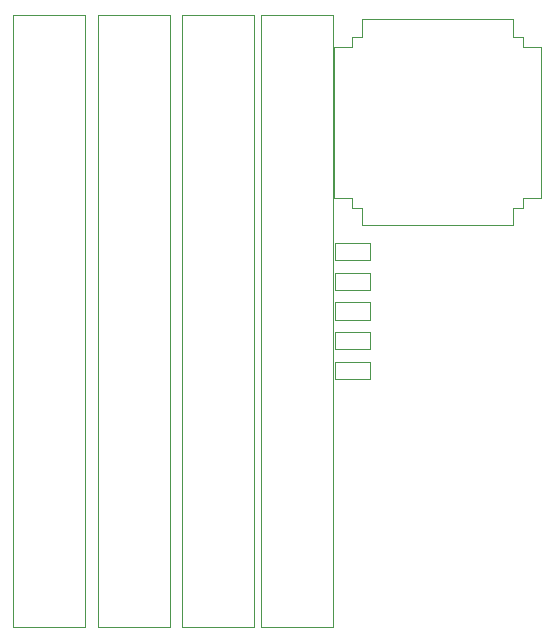
<source format=gbr>
%TF.GenerationSoftware,KiCad,Pcbnew,9.0.3*%
%TF.CreationDate,2025-08-17T12:54:53+10:00*%
%TF.ProjectId,auto,6175746f-2e6b-4696-9361-645f70636258,rev?*%
%TF.SameCoordinates,Original*%
%TF.FileFunction,Other,User*%
%FSLAX46Y46*%
G04 Gerber Fmt 4.6, Leading zero omitted, Abs format (unit mm)*
G04 Created by KiCad (PCBNEW 9.0.3) date 2025-08-17 12:54:53*
%MOMM*%
%LPD*%
G01*
G04 APERTURE LIST*
%ADD10C,0.050000*%
G04 APERTURE END LIST*
D10*
%TO.C,J4*%
X136690000Y-44460000D02*
X136690000Y-96270000D01*
X136690000Y-96270000D02*
X142780000Y-96270000D01*
X142780000Y-44460000D02*
X136690000Y-44460000D01*
X142780000Y-96270000D02*
X142780000Y-44460000D01*
%TO.C,J1*%
X115770000Y-44460000D02*
X115770000Y-96270000D01*
X115770000Y-96270000D02*
X121860000Y-96270000D01*
X121860000Y-44460000D02*
X115770000Y-44460000D01*
X121860000Y-96270000D02*
X121860000Y-44460000D01*
%TO.C,C2*%
X143020000Y-66250000D02*
X145980000Y-66250000D01*
X143020000Y-67710000D02*
X143020000Y-66250000D01*
X145980000Y-66250000D02*
X145980000Y-67710000D01*
X145980000Y-67710000D02*
X143020000Y-67710000D01*
%TO.C,C1*%
X143020000Y-63740000D02*
X145980000Y-63740000D01*
X143020000Y-65200000D02*
X143020000Y-63740000D01*
X145980000Y-63740000D02*
X145980000Y-65200000D01*
X145980000Y-65200000D02*
X143020000Y-65200000D01*
%TO.C,C3*%
X143020000Y-68760000D02*
X145980000Y-68760000D01*
X143020000Y-70220000D02*
X143020000Y-68760000D01*
X145980000Y-68760000D02*
X145980000Y-70220000D01*
X145980000Y-70220000D02*
X143020000Y-70220000D01*
%TO.C,C1_2*%
X143020000Y-73780000D02*
X145980000Y-73780000D01*
X143020000Y-75240000D02*
X143020000Y-73780000D01*
X145980000Y-73780000D02*
X145980000Y-75240000D01*
X145980000Y-75240000D02*
X143020000Y-75240000D01*
%TO.C,J2*%
X122910000Y-44460000D02*
X122910000Y-96270000D01*
X122910000Y-96270000D02*
X129000000Y-96270000D01*
X129000000Y-44460000D02*
X122910000Y-44460000D01*
X129000000Y-96270000D02*
X129000000Y-44460000D01*
%TO.C,U1*%
X142945000Y-47100000D02*
X144425000Y-47100000D01*
X142945000Y-59900000D02*
X142945000Y-47100000D01*
X144425000Y-46250000D02*
X145275000Y-46250000D01*
X144425000Y-47100000D02*
X144425000Y-46250000D01*
X144425000Y-59900000D02*
X142945000Y-59900000D01*
X144425000Y-60750000D02*
X144425000Y-59900000D01*
X145275000Y-44770000D02*
X158075000Y-44770000D01*
X145275000Y-46250000D02*
X145275000Y-44770000D01*
X145275000Y-60750000D02*
X144425000Y-60750000D01*
X145275000Y-62230000D02*
X145275000Y-60750000D01*
X158075000Y-44770000D02*
X158075000Y-46250000D01*
X158075000Y-46250000D02*
X158925000Y-46250000D01*
X158075000Y-60750000D02*
X158075000Y-62230000D01*
X158075000Y-62230000D02*
X145275000Y-62230000D01*
X158925000Y-46250000D02*
X158925000Y-47100000D01*
X158925000Y-47100000D02*
X160405000Y-47100000D01*
X158925000Y-59900000D02*
X158925000Y-60750000D01*
X158925000Y-60750000D02*
X158075000Y-60750000D01*
X160405000Y-47100000D02*
X160405000Y-59900000D01*
X160405000Y-59900000D02*
X158925000Y-59900000D01*
%TO.C,J3*%
X130050000Y-44460000D02*
X130050000Y-96270000D01*
X130050000Y-96270000D02*
X136140000Y-96270000D01*
X136140000Y-44460000D02*
X130050000Y-44460000D01*
X136140000Y-96270000D02*
X136140000Y-44460000D01*
%TO.C,C1_1*%
X143020000Y-71270000D02*
X145980000Y-71270000D01*
X143020000Y-72730000D02*
X143020000Y-71270000D01*
X145980000Y-71270000D02*
X145980000Y-72730000D01*
X145980000Y-72730000D02*
X143020000Y-72730000D01*
%TD*%
M02*

</source>
